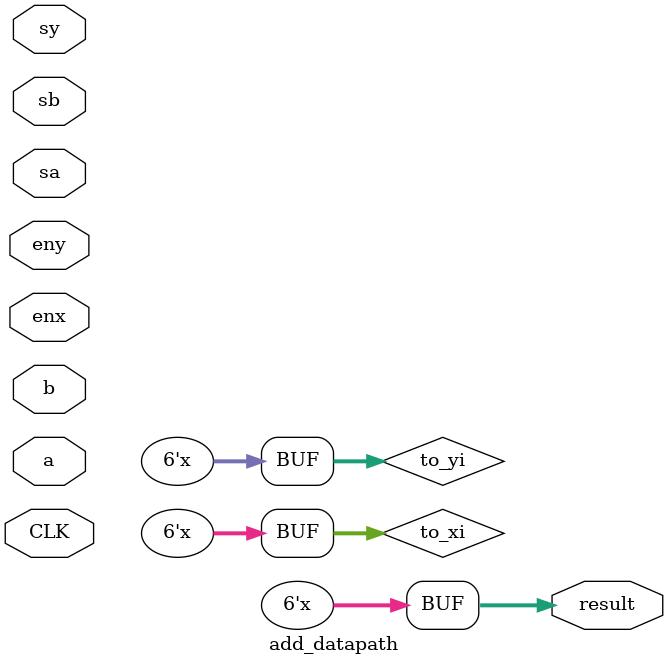
<source format=v>
module add_datapath(
	input	[5:0] a,
	input	[5:0] b,
	input CLK,
	input enx,
	input eny,
	input sa,
	input sb,
	input sy,
	output reg [5:0] result
);


reg [5:0] xi;
reg [5:0] yi;
reg [5:0] to_xi;
reg [5:0] to_yi;


reg [5:0] add_res;
reg [5:0] to_addA;
reg [5:0] to_addB;

//Define Datapath Registers
always @(posedge CLK)
	begin
		if(enx)
			xi <= to_xi;
		if(eny)
			yi <= to_yi;
	end


//Combinational Datapath	
always @(*)
	begin
	//********MUXes**********
		//MUX_A
		if(sa)
			to_addA = a;
		else
			to_addA = xi;
		
		//MUX_YI
		if(sb)
			to_addB = b;
		else if(sy)
			to_addB = yi;
		else
			to_addB = 6'd3; 
		
		//MUX_SUB
		if(enx)
			to_xi = add_res;		
		else if(eny)
			to_yi = add_res;
		else
			result = add_res;
			
		//*******ARITH COMPONENTS**********
		add_res 	= to_addA + to_addB;	
		

		
	end
	


endmodule 
</source>
